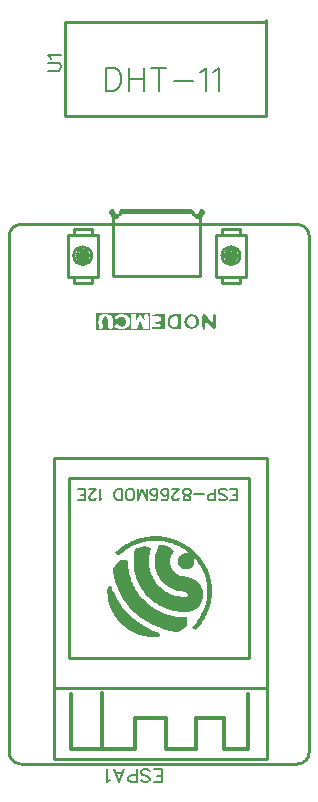
<source format=gto>
G04 Layer: TopSilkscreenLayer*
G04 EasyEDA v6.5.46, 2025-03-12 12:44:04*
G04 43a005aebb1148eda2c6f0889f11ea4c,3f48c7b914b54ba696cb8a095b2acdd1,10*
G04 Gerber Generator version 0.2*
G04 Scale: 100 percent, Rotated: No, Reflected: No *
G04 Dimensions in inches *
G04 leading zeros omitted , absolute positions ,3 integer and 6 decimal *
%FSLAX36Y36*%
%MOIN*%

%ADD10C,0.0060*%
%ADD11C,0.0080*%
%ADD12C,0.0100*%
%ADD13C,0.0118*%

%LPD*%
G36*
X1966879Y-1820100D02*
G01*
X1962220Y-1820160D01*
X1957560Y-1820340D01*
X1952920Y-1820620D01*
X1945960Y-1821260D01*
X1936699Y-1822500D01*
X1932100Y-1823300D01*
X1922940Y-1825200D01*
X1913860Y-1827560D01*
X1909360Y-1828899D01*
X1904880Y-1830360D01*
X1900440Y-1831940D01*
X1896020Y-1833620D01*
X1891639Y-1835400D01*
X1887280Y-1837300D01*
X1882960Y-1839319D01*
X1878680Y-1841440D01*
X1872360Y-1844820D01*
X1868180Y-1847220D01*
X1862020Y-1851040D01*
X1857960Y-1853720D01*
X1853959Y-1856500D01*
X1850020Y-1859400D01*
X1845440Y-1862920D01*
X1841279Y-1866240D01*
X1838020Y-1868980D01*
X1836080Y-1870780D01*
X1834600Y-1872540D01*
X1834319Y-1873920D01*
X1835420Y-1875640D01*
X1838100Y-1878400D01*
X1840040Y-1880240D01*
X1841780Y-1881740D01*
X1843140Y-1882760D01*
X1843959Y-1883120D01*
X1844980Y-1882600D01*
X1846960Y-1881180D01*
X1849600Y-1879079D01*
X1854379Y-1875020D01*
X1857980Y-1872080D01*
X1861740Y-1869220D01*
X1865640Y-1866440D01*
X1869680Y-1863740D01*
X1873839Y-1861140D01*
X1878100Y-1858640D01*
X1882480Y-1856240D01*
X1889220Y-1852840D01*
X1893820Y-1850720D01*
X1898480Y-1848700D01*
X1903220Y-1846819D01*
X1908000Y-1845060D01*
X1912820Y-1843420D01*
X1917680Y-1841920D01*
X1922560Y-1840560D01*
X1927460Y-1839340D01*
X1932360Y-1838280D01*
X1936480Y-1837520D01*
X1940900Y-1836879D01*
X1945580Y-1836339D01*
X1950420Y-1835900D01*
X1955400Y-1835580D01*
X1960480Y-1835360D01*
X1965580Y-1835240D01*
X1970660Y-1835240D01*
X1975680Y-1835340D01*
X1980580Y-1835560D01*
X1985320Y-1835880D01*
X1989820Y-1836300D01*
X1994040Y-1836840D01*
X1997940Y-1837500D01*
X2003080Y-1838560D01*
X2008220Y-1839780D01*
X2013340Y-1841140D01*
X2018420Y-1842640D01*
X2023480Y-1844280D01*
X2028480Y-1846040D01*
X2033420Y-1847940D01*
X2038280Y-1849960D01*
X2043060Y-1852080D01*
X2047740Y-1854319D01*
X2052320Y-1856660D01*
X2056780Y-1859120D01*
X2061100Y-1861639D01*
X2065280Y-1864280D01*
X2069300Y-1866980D01*
X2073160Y-1869760D01*
X2076840Y-1872620D01*
X2087340Y-1881680D01*
X2081120Y-1878860D01*
X2079040Y-1878020D01*
X2076960Y-1877340D01*
X2074880Y-1876840D01*
X2072820Y-1876519D01*
X2070780Y-1876360D01*
X2068760Y-1876339D01*
X2066780Y-1876500D01*
X2064840Y-1876780D01*
X2062920Y-1877220D01*
X2061060Y-1877780D01*
X2059259Y-1878460D01*
X2057520Y-1879259D01*
X2055820Y-1880180D01*
X2052660Y-1882340D01*
X2051200Y-1883560D01*
X2049820Y-1884880D01*
X2048540Y-1886279D01*
X2047340Y-1887760D01*
X2046240Y-1889300D01*
X2045240Y-1890900D01*
X2043600Y-1894300D01*
X2042960Y-1896060D01*
X2042460Y-1897860D01*
X2042080Y-1899700D01*
X2041819Y-1901579D01*
X2041720Y-1903460D01*
X2041780Y-1905360D01*
X2041980Y-1907280D01*
X2042340Y-1909199D01*
X2042860Y-1911100D01*
X2043560Y-1913020D01*
X2044420Y-1914900D01*
X2045480Y-1916759D01*
X2046699Y-1918600D01*
X2048200Y-1920500D01*
X2049820Y-1922220D01*
X2051519Y-1923779D01*
X2053320Y-1925180D01*
X2055220Y-1926399D01*
X2057160Y-1927480D01*
X2059180Y-1928380D01*
X2061240Y-1929120D01*
X2063360Y-1929680D01*
X2065480Y-1930100D01*
X2067640Y-1930340D01*
X2069800Y-1930420D01*
X2071980Y-1930320D01*
X2074139Y-1930080D01*
X2076279Y-1929660D01*
X2078380Y-1929079D01*
X2080440Y-1928340D01*
X2082460Y-1927420D01*
X2084420Y-1926360D01*
X2086300Y-1925120D01*
X2088100Y-1923700D01*
X2089820Y-1922140D01*
X2091440Y-1920420D01*
X2092940Y-1918520D01*
X2094139Y-1916800D01*
X2095080Y-1915260D01*
X2095820Y-1913779D01*
X2096360Y-1912300D01*
X2096740Y-1910700D01*
X2096980Y-1908899D01*
X2097140Y-1904379D01*
X2097000Y-1900500D01*
X2096519Y-1896960D01*
X2095760Y-1893880D01*
X2094680Y-1891339D01*
X2092200Y-1886660D01*
X2096860Y-1890940D01*
X2099340Y-1893540D01*
X2101960Y-1896620D01*
X2104680Y-1900080D01*
X2107480Y-1903899D01*
X2110300Y-1908000D01*
X2113120Y-1912340D01*
X2115900Y-1916840D01*
X2118620Y-1921480D01*
X2121220Y-1926160D01*
X2123680Y-1930860D01*
X2125980Y-1935500D01*
X2128040Y-1940040D01*
X2129860Y-1944400D01*
X2131500Y-1948779D01*
X2133020Y-1953460D01*
X2134420Y-1958320D01*
X2135680Y-1963340D01*
X2136800Y-1968500D01*
X2137760Y-1973760D01*
X2138600Y-1979100D01*
X2139260Y-1984500D01*
X2139800Y-1989920D01*
X2140160Y-1995360D01*
X2140380Y-2000760D01*
X2140440Y-2006100D01*
X2140340Y-2011380D01*
X2140080Y-2016540D01*
X2139640Y-2021579D01*
X2139040Y-2026459D01*
X2138260Y-2031160D01*
X2137320Y-2035880D01*
X2136220Y-2040600D01*
X2134960Y-2045320D01*
X2133520Y-2050040D01*
X2131940Y-2054760D01*
X2130220Y-2059440D01*
X2128360Y-2064100D01*
X2126360Y-2068720D01*
X2124220Y-2073280D01*
X2120800Y-2080020D01*
X2118340Y-2084420D01*
X2115780Y-2088720D01*
X2113120Y-2092940D01*
X2110340Y-2097060D01*
X2107480Y-2101060D01*
X2104500Y-2104920D01*
X2101440Y-2108680D01*
X2098280Y-2112280D01*
X2095060Y-2115720D01*
X2089640Y-2121300D01*
X2096980Y-2128140D01*
X2098840Y-2129720D01*
X2100240Y-2130760D01*
X2101000Y-2131160D01*
X2102000Y-2130440D01*
X2104020Y-2128460D01*
X2106780Y-2125560D01*
X2111680Y-2120040D01*
X2115020Y-2116060D01*
X2118220Y-2112000D01*
X2121300Y-2107900D01*
X2124240Y-2103740D01*
X2128440Y-2097400D01*
X2131060Y-2093100D01*
X2133560Y-2088740D01*
X2135920Y-2084340D01*
X2138160Y-2079880D01*
X2140280Y-2075360D01*
X2142260Y-2070800D01*
X2144100Y-2066180D01*
X2145820Y-2061500D01*
X2147420Y-2056780D01*
X2148880Y-2052000D01*
X2150200Y-2047180D01*
X2151400Y-2042320D01*
X2152460Y-2037400D01*
X2153380Y-2032420D01*
X2154040Y-2028200D01*
X2154560Y-2023760D01*
X2154980Y-2019139D01*
X2155260Y-2014379D01*
X2155500Y-2007040D01*
X2155460Y-1999560D01*
X2155300Y-1994540D01*
X2154840Y-1987060D01*
X2154400Y-1982140D01*
X2153860Y-1977320D01*
X2153200Y-1972620D01*
X2152440Y-1968080D01*
X2151580Y-1963720D01*
X2150620Y-1959580D01*
X2149440Y-1955220D01*
X2148000Y-1950480D01*
X2146460Y-1945780D01*
X2144820Y-1941160D01*
X2143040Y-1936600D01*
X2141180Y-1932120D01*
X2139200Y-1927680D01*
X2137100Y-1923320D01*
X2134900Y-1919040D01*
X2132600Y-1914820D01*
X2130180Y-1910660D01*
X2127660Y-1906579D01*
X2125040Y-1902580D01*
X2122320Y-1898660D01*
X2119500Y-1894800D01*
X2116560Y-1891020D01*
X2113540Y-1887320D01*
X2110400Y-1883700D01*
X2107180Y-1880160D01*
X2103840Y-1876699D01*
X2100420Y-1873320D01*
X2096879Y-1870020D01*
X2093260Y-1866819D01*
X2089540Y-1863680D01*
X2085720Y-1860640D01*
X2081819Y-1857680D01*
X2077840Y-1854840D01*
X2073800Y-1852100D01*
X2069720Y-1849480D01*
X2065600Y-1846980D01*
X2061420Y-1844580D01*
X2057200Y-1842280D01*
X2052940Y-1840120D01*
X2044319Y-1836100D01*
X2039940Y-1834259D01*
X2033320Y-1831720D01*
X2028860Y-1830160D01*
X2024379Y-1828720D01*
X2017620Y-1826759D01*
X2013080Y-1825600D01*
X2008520Y-1824540D01*
X2003940Y-1823600D01*
X1999340Y-1822780D01*
X1994720Y-1822060D01*
X1985480Y-1820960D01*
X1976180Y-1820300D01*
X1971519Y-1820140D01*
G37*
G36*
X1985900Y-1849199D02*
G01*
X1983880Y-1849259D01*
X1982200Y-1849580D01*
X1980800Y-1850220D01*
X1979580Y-1851200D01*
X1978480Y-1852560D01*
X1977380Y-1854300D01*
X1974940Y-1859060D01*
X1972900Y-1863480D01*
X1971080Y-1867920D01*
X1969500Y-1872420D01*
X1968120Y-1876940D01*
X1966960Y-1881500D01*
X1966020Y-1886060D01*
X1965300Y-1890660D01*
X1964800Y-1895260D01*
X1964520Y-1899860D01*
X1964440Y-1904460D01*
X1964600Y-1909040D01*
X1964960Y-1913620D01*
X1965540Y-1918180D01*
X1966339Y-1922700D01*
X1967340Y-1927220D01*
X1968580Y-1931680D01*
X1970000Y-1936100D01*
X1971660Y-1940480D01*
X1973520Y-1944800D01*
X1975580Y-1949060D01*
X1977860Y-1953240D01*
X1980360Y-1957380D01*
X1983060Y-1961420D01*
X1985960Y-1965380D01*
X1988800Y-1968860D01*
X1991840Y-1972220D01*
X1995100Y-1975460D01*
X1998560Y-1978580D01*
X2002180Y-1981579D01*
X2005980Y-1984420D01*
X2009920Y-1987120D01*
X2014000Y-1989660D01*
X2018200Y-1992020D01*
X2022500Y-1994220D01*
X2026900Y-1996240D01*
X2031380Y-1998080D01*
X2035900Y-1999700D01*
X2040500Y-2001140D01*
X2045100Y-2002360D01*
X2049740Y-2003360D01*
X2054379Y-2004120D01*
X2062420Y-2005080D01*
X2065460Y-2005680D01*
X2068100Y-2006459D01*
X2070340Y-2007400D01*
X2072200Y-2008500D01*
X2073620Y-2009760D01*
X2074640Y-2011160D01*
X2075220Y-2012680D01*
X2075360Y-2014319D01*
X2075060Y-2016080D01*
X2074300Y-2017940D01*
X2073080Y-2019900D01*
X2072300Y-2020920D01*
X2071519Y-2021680D01*
X2070560Y-2022220D01*
X2069300Y-2022540D01*
X2067580Y-2022700D01*
X2062080Y-2022540D01*
X2055660Y-2022140D01*
X2051040Y-2021660D01*
X2046440Y-2021000D01*
X2041900Y-2020160D01*
X2037380Y-2019139D01*
X2032920Y-2017940D01*
X2028520Y-2016560D01*
X2024160Y-2015020D01*
X2019860Y-2013300D01*
X2015620Y-2011399D01*
X2011440Y-2009319D01*
X2007320Y-2007080D01*
X2003280Y-2004680D01*
X1999300Y-2002100D01*
X1995400Y-1999360D01*
X1991579Y-1996440D01*
X1987840Y-1993380D01*
X1984180Y-1990140D01*
X1980560Y-1986699D01*
X1977060Y-1983100D01*
X1973760Y-1979460D01*
X1970660Y-1975740D01*
X1967760Y-1971920D01*
X1965040Y-1967980D01*
X1962500Y-1963940D01*
X1960100Y-1959740D01*
X1957860Y-1955400D01*
X1955760Y-1950880D01*
X1953800Y-1946160D01*
X1951940Y-1941240D01*
X1950280Y-1936320D01*
X1949019Y-1932020D01*
X1948100Y-1927860D01*
X1947460Y-1923360D01*
X1947000Y-1918020D01*
X1946680Y-1911360D01*
X1946440Y-1903839D01*
X1946339Y-1897680D01*
X1946440Y-1892400D01*
X1946780Y-1887660D01*
X1947400Y-1883080D01*
X1948380Y-1878340D01*
X1949720Y-1873060D01*
X1952580Y-1863340D01*
X1952760Y-1862480D01*
X1952660Y-1861720D01*
X1952220Y-1861000D01*
X1951339Y-1860280D01*
X1949940Y-1859500D01*
X1947920Y-1858600D01*
X1941740Y-1856260D01*
X1930060Y-1852020D01*
X1918180Y-1855640D01*
X1910820Y-1858220D01*
X1903740Y-1860900D01*
X1899139Y-1862860D01*
X1898460Y-1863300D01*
X1896360Y-1875000D01*
X1895740Y-1878959D01*
X1895220Y-1883380D01*
X1894820Y-1888120D01*
X1894379Y-1898320D01*
X1894400Y-1908899D01*
X1894580Y-1914120D01*
X1894880Y-1919180D01*
X1895280Y-1924000D01*
X1895820Y-1928500D01*
X1896459Y-1932600D01*
X1897400Y-1937420D01*
X1898480Y-1942220D01*
X1899720Y-1946960D01*
X1901100Y-1951660D01*
X1902620Y-1956320D01*
X1904259Y-1960940D01*
X1906060Y-1965480D01*
X1907980Y-1969980D01*
X1910040Y-1974420D01*
X1912220Y-1978800D01*
X1914540Y-1983120D01*
X1916960Y-1987360D01*
X1919520Y-1991540D01*
X1922200Y-1995660D01*
X1925000Y-1999680D01*
X1927920Y-2003640D01*
X1930940Y-2007500D01*
X1934079Y-2011279D01*
X1937320Y-2014980D01*
X1940680Y-2018600D01*
X1944139Y-2022120D01*
X1947720Y-2025540D01*
X1951380Y-2028860D01*
X1955140Y-2032080D01*
X1959000Y-2035220D01*
X1962960Y-2038220D01*
X1967020Y-2041120D01*
X1971160Y-2043920D01*
X1975380Y-2046600D01*
X1979700Y-2049160D01*
X1984100Y-2051600D01*
X1988580Y-2053920D01*
X1993240Y-2056160D01*
X1997960Y-2058260D01*
X2002720Y-2060240D01*
X2007520Y-2062080D01*
X2012340Y-2063779D01*
X2017180Y-2065340D01*
X2022040Y-2066759D01*
X2026920Y-2068040D01*
X2031780Y-2069160D01*
X2036620Y-2070140D01*
X2041440Y-2070960D01*
X2046220Y-2071639D01*
X2050960Y-2072140D01*
X2055660Y-2072500D01*
X2060300Y-2072700D01*
X2064880Y-2072740D01*
X2070240Y-2072540D01*
X2075480Y-2072140D01*
X2080000Y-2071560D01*
X2083200Y-2070880D01*
X2085720Y-2070060D01*
X2090560Y-2068160D01*
X2095160Y-2065940D01*
X2099460Y-2063400D01*
X2101520Y-2062020D01*
X2105420Y-2059040D01*
X2109020Y-2055780D01*
X2112300Y-2052240D01*
X2115280Y-2048440D01*
X2116640Y-2046459D01*
X2117920Y-2044400D01*
X2120220Y-2040140D01*
X2121240Y-2037920D01*
X2123000Y-2033320D01*
X2123760Y-2030960D01*
X2124420Y-2028540D01*
X2124980Y-2026060D01*
X2125440Y-2023560D01*
X2126060Y-2018540D01*
X2126320Y-2013760D01*
X2126320Y-2011420D01*
X2126040Y-2006840D01*
X2125400Y-2002420D01*
X2124960Y-2000260D01*
X2123800Y-1996040D01*
X2122280Y-1991960D01*
X2120400Y-1988020D01*
X2118160Y-1984220D01*
X2115560Y-1980540D01*
X2112600Y-1977000D01*
X2109280Y-1973580D01*
X2105580Y-1970260D01*
X2101760Y-1967260D01*
X2097900Y-1964660D01*
X2093940Y-1962440D01*
X2091900Y-1961459D01*
X2087680Y-1959760D01*
X2083220Y-1958360D01*
X2078440Y-1957240D01*
X2073300Y-1956380D01*
X2057860Y-1954180D01*
X2055820Y-1953820D01*
X2053760Y-1953300D01*
X2051660Y-1952640D01*
X2049560Y-1951840D01*
X2045360Y-1949860D01*
X2041220Y-1947400D01*
X2037200Y-1944540D01*
X2035260Y-1942980D01*
X2031540Y-1939600D01*
X2028120Y-1935940D01*
X2026560Y-1934040D01*
X2025080Y-1932060D01*
X2023720Y-1930060D01*
X2022460Y-1928020D01*
X2021339Y-1925940D01*
X2020420Y-1924000D01*
X2018860Y-1919940D01*
X2017700Y-1915700D01*
X2017240Y-1913520D01*
X2016620Y-1909060D01*
X2016380Y-1904560D01*
X2016500Y-1900020D01*
X2017000Y-1895500D01*
X2017840Y-1891060D01*
X2018400Y-1888880D01*
X2019780Y-1884660D01*
X2021519Y-1880620D01*
X2022520Y-1878680D01*
X2024780Y-1875020D01*
X2029000Y-1868940D01*
X2022640Y-1862700D01*
X2020780Y-1861040D01*
X2018940Y-1859560D01*
X2017080Y-1858200D01*
X2015200Y-1857000D01*
X2013260Y-1855900D01*
X2011240Y-1854940D01*
X2009120Y-1854060D01*
X2006900Y-1853280D01*
X2002000Y-1851940D01*
X1994980Y-1850520D01*
X1988380Y-1849420D01*
G37*
G36*
X1848140Y-1899300D02*
G01*
X1840420Y-1908480D01*
X1837360Y-1912420D01*
X1834240Y-1916680D01*
X1831440Y-1920760D01*
X1825080Y-1930780D01*
X1827220Y-1943460D01*
X1828100Y-1948160D01*
X1830180Y-1957500D01*
X1832640Y-1966740D01*
X1834019Y-1971339D01*
X1837060Y-1980440D01*
X1838720Y-1984940D01*
X1842320Y-1993839D01*
X1846279Y-2002620D01*
X1849500Y-2009100D01*
X1851740Y-2013360D01*
X1856500Y-2021759D01*
X1860300Y-2027920D01*
X1865660Y-2035980D01*
X1871339Y-2043820D01*
X1874300Y-2047640D01*
X1880480Y-2055140D01*
X1887020Y-2062420D01*
X1893899Y-2069440D01*
X1899259Y-2074520D01*
X1904800Y-2079460D01*
X1912440Y-2085800D01*
X1920360Y-2091840D01*
X1924420Y-2094760D01*
X1932700Y-2100340D01*
X1936920Y-2103020D01*
X1943380Y-2106880D01*
X1952140Y-2111720D01*
X1958839Y-2115140D01*
X1963360Y-2117320D01*
X1970220Y-2120400D01*
X1979480Y-2124200D01*
X1986519Y-2126800D01*
X1996000Y-2129920D01*
X2000780Y-2131340D01*
X2005580Y-2132660D01*
X2015220Y-2135000D01*
X2022500Y-2136480D01*
X2033899Y-2138460D01*
X2037900Y-2139060D01*
X2040020Y-2139280D01*
X2041660Y-2138840D01*
X2044379Y-2137620D01*
X2047800Y-2135860D01*
X2053500Y-2132460D01*
X2057780Y-2129640D01*
X2062040Y-2126680D01*
X2065800Y-2123920D01*
X2069460Y-2120980D01*
X2071080Y-2119560D01*
X2072260Y-2118300D01*
X2073060Y-2117100D01*
X2073580Y-2115820D01*
X2073860Y-2114340D01*
X2073980Y-2112500D01*
X2073940Y-2106940D01*
X2073460Y-2099780D01*
X2072220Y-2090500D01*
X2059259Y-2090480D01*
X2054880Y-2090320D01*
X2050440Y-2090040D01*
X2045940Y-2089600D01*
X2041380Y-2089019D01*
X2036780Y-2088300D01*
X2032160Y-2087440D01*
X2027480Y-2086459D01*
X2022780Y-2085340D01*
X2018060Y-2084079D01*
X2013340Y-2082700D01*
X2008600Y-2081180D01*
X2003880Y-2079560D01*
X1999160Y-2077800D01*
X1994440Y-2075920D01*
X1985100Y-2071819D01*
X1980460Y-2069600D01*
X1975880Y-2067260D01*
X1971339Y-2064820D01*
X1966860Y-2062260D01*
X1962440Y-2059600D01*
X1958660Y-2057200D01*
X1955220Y-2054780D01*
X1951560Y-2052000D01*
X1947700Y-2048880D01*
X1943700Y-2045500D01*
X1939620Y-2041900D01*
X1931480Y-2034280D01*
X1927520Y-2030380D01*
X1920140Y-2022620D01*
X1916840Y-2018899D01*
X1913839Y-2015340D01*
X1911240Y-2012000D01*
X1908660Y-2008360D01*
X1905860Y-2004160D01*
X1903160Y-1999860D01*
X1900580Y-1995520D01*
X1898120Y-1991100D01*
X1895780Y-1986639D01*
X1893560Y-1982120D01*
X1891459Y-1977560D01*
X1889480Y-1972960D01*
X1887640Y-1968320D01*
X1885920Y-1963660D01*
X1884340Y-1958980D01*
X1882900Y-1954280D01*
X1881579Y-1949560D01*
X1880420Y-1944860D01*
X1879379Y-1940140D01*
X1878500Y-1935440D01*
X1877760Y-1930760D01*
X1877160Y-1926100D01*
X1876699Y-1921440D01*
X1875980Y-1909400D01*
X1875580Y-1905200D01*
X1875280Y-1903660D01*
X1874880Y-1902440D01*
X1874360Y-1901519D01*
X1873660Y-1900840D01*
X1872760Y-1900360D01*
X1871639Y-1900060D01*
X1870260Y-1899880D01*
G37*
G36*
X1817860Y-1986780D02*
G01*
X1815740Y-1987020D01*
X1813000Y-1987700D01*
X1810920Y-1988400D01*
X1809400Y-1989259D01*
X1808360Y-1990480D01*
X1807720Y-1992160D01*
X1807360Y-1994500D01*
X1807200Y-1997600D01*
X1807200Y-2004240D01*
X1807380Y-2009379D01*
X1807740Y-2014500D01*
X1808280Y-2019620D01*
X1808980Y-2024740D01*
X1809860Y-2029820D01*
X1810920Y-2034880D01*
X1812140Y-2039900D01*
X1813540Y-2044900D01*
X1815100Y-2049860D01*
X1816819Y-2054760D01*
X1818700Y-2059600D01*
X1820760Y-2064400D01*
X1822960Y-2069120D01*
X1825320Y-2073779D01*
X1827840Y-2078360D01*
X1830520Y-2082860D01*
X1833340Y-2087280D01*
X1835960Y-2091060D01*
X1838580Y-2094480D01*
X1841600Y-2098080D01*
X1844940Y-2101840D01*
X1848520Y-2105660D01*
X1852320Y-2109500D01*
X1856220Y-2113280D01*
X1860200Y-2116940D01*
X1864160Y-2120400D01*
X1868020Y-2123620D01*
X1871759Y-2126520D01*
X1875260Y-2129040D01*
X1878980Y-2131440D01*
X1883120Y-2133920D01*
X1887320Y-2136300D01*
X1891600Y-2138540D01*
X1895920Y-2140660D01*
X1900300Y-2142660D01*
X1904740Y-2144520D01*
X1909220Y-2146280D01*
X1913760Y-2147880D01*
X1918320Y-2149360D01*
X1922940Y-2150720D01*
X1927580Y-2151940D01*
X1932260Y-2153040D01*
X1936960Y-2154000D01*
X1941699Y-2154820D01*
X1946459Y-2155500D01*
X1951220Y-2156060D01*
X1956020Y-2156480D01*
X1960820Y-2156760D01*
X1965640Y-2156900D01*
X1979880Y-2156900D01*
X1982820Y-2150020D01*
X1983959Y-2146860D01*
X1984120Y-2146080D01*
X1983480Y-2145460D01*
X1981720Y-2144520D01*
X1979100Y-2143380D01*
X1971519Y-2140480D01*
X1963440Y-2137060D01*
X1952380Y-2132000D01*
X1943640Y-2127640D01*
X1935080Y-2122960D01*
X1930880Y-2120520D01*
X1924680Y-2116720D01*
X1918600Y-2112740D01*
X1914600Y-2110020D01*
X1908720Y-2105780D01*
X1901100Y-2099920D01*
X1897360Y-2096879D01*
X1891879Y-2092220D01*
X1886540Y-2087400D01*
X1881339Y-2082440D01*
X1874640Y-2075640D01*
X1868200Y-2068580D01*
X1863540Y-2063160D01*
X1857580Y-2055720D01*
X1851900Y-2048080D01*
X1846519Y-2040220D01*
X1841440Y-2032180D01*
X1839000Y-2028080D01*
X1835500Y-2021860D01*
X1831120Y-2013400D01*
X1828040Y-2006940D01*
X1824240Y-1998200D01*
X1821060Y-1990580D01*
X1819440Y-1987740D01*
G37*
G36*
X1769360Y-1076640D02*
G01*
X1769360Y-1108460D01*
X1777280Y-1108460D01*
X1777340Y-1103420D01*
X1777760Y-1098460D01*
X1778520Y-1093760D01*
X1779040Y-1091580D01*
X1779660Y-1089560D01*
X1780360Y-1087680D01*
X1781160Y-1086000D01*
X1782060Y-1084540D01*
X1782920Y-1083620D01*
X1784079Y-1082800D01*
X1785540Y-1082080D01*
X1787240Y-1081500D01*
X1789160Y-1081000D01*
X1791240Y-1080620D01*
X1795840Y-1080180D01*
X1798280Y-1080120D01*
X1897280Y-1080220D01*
X1899480Y-1080440D01*
X1901060Y-1080940D01*
X1902100Y-1081860D01*
X1902680Y-1083260D01*
X1902900Y-1085260D01*
X1902780Y-1088000D01*
X1901260Y-1102980D01*
X1909680Y-1088320D01*
X1911360Y-1085660D01*
X1912860Y-1083580D01*
X1914220Y-1082100D01*
X1915500Y-1081220D01*
X1916720Y-1080920D01*
X1917960Y-1081220D01*
X1919220Y-1082100D01*
X1920580Y-1083580D01*
X1922080Y-1085660D01*
X1923760Y-1088320D01*
X1932180Y-1102980D01*
X1930680Y-1088120D01*
X1930580Y-1085440D01*
X1930740Y-1083440D01*
X1931240Y-1082000D01*
X1932120Y-1081060D01*
X1933420Y-1080500D01*
X1935220Y-1080220D01*
X1939300Y-1080180D01*
X1940760Y-1080300D01*
X1941960Y-1080620D01*
X1942920Y-1081180D01*
X1943680Y-1082100D01*
X1944259Y-1083420D01*
X1944680Y-1085260D01*
X1944980Y-1087660D01*
X1945160Y-1090740D01*
X1945280Y-1099180D01*
X1945300Y-1129300D01*
X1936080Y-1129300D01*
X1933420Y-1129180D01*
X1931180Y-1128780D01*
X1929259Y-1128020D01*
X1927580Y-1126840D01*
X1926040Y-1125140D01*
X1924580Y-1122840D01*
X1923100Y-1119880D01*
X1921500Y-1116180D01*
X1916140Y-1103060D01*
X1911279Y-1113540D01*
X1909460Y-1117820D01*
X1908060Y-1121720D01*
X1907200Y-1124820D01*
X1907080Y-1126660D01*
X1906420Y-1127680D01*
X1904199Y-1128520D01*
X1900760Y-1129080D01*
X1896420Y-1129300D01*
X1885140Y-1129300D01*
X1885140Y-1080160D01*
X1800780Y-1080160D01*
X1803280Y-1080300D01*
X1805760Y-1080540D01*
X1808180Y-1080880D01*
X1810540Y-1081320D01*
X1812760Y-1081860D01*
X1814840Y-1082500D01*
X1816740Y-1083220D01*
X1818420Y-1084040D01*
X1819860Y-1084960D01*
X1821000Y-1085960D01*
X1822180Y-1087380D01*
X1823220Y-1089020D01*
X1824160Y-1090840D01*
X1824960Y-1092800D01*
X1825660Y-1094920D01*
X1826240Y-1097160D01*
X1826699Y-1099460D01*
X1827040Y-1101840D01*
X1827380Y-1106720D01*
X1827400Y-1109140D01*
X1827300Y-1111560D01*
X1826780Y-1116180D01*
X1826360Y-1118340D01*
X1825738Y-1120700D01*
X1830440Y-1120700D01*
X1830860Y-1119560D01*
X1831780Y-1118200D01*
X1833140Y-1116520D01*
X1834620Y-1114900D01*
X1835900Y-1113760D01*
X1837120Y-1113080D01*
X1838360Y-1112900D01*
X1839760Y-1113220D01*
X1841380Y-1114020D01*
X1843380Y-1115340D01*
X1845820Y-1117160D01*
X1847960Y-1118620D01*
X1850080Y-1119740D01*
X1852160Y-1120540D01*
X1854199Y-1121000D01*
X1856160Y-1121140D01*
X1858040Y-1121000D01*
X1859820Y-1120560D01*
X1861480Y-1119820D01*
X1863020Y-1118800D01*
X1864400Y-1117520D01*
X1865620Y-1115980D01*
X1866639Y-1114200D01*
X1867480Y-1112160D01*
X1868100Y-1109900D01*
X1868480Y-1107420D01*
X1868600Y-1104720D01*
X1868480Y-1102040D01*
X1868100Y-1099560D01*
X1867480Y-1097320D01*
X1866660Y-1095280D01*
X1865620Y-1093500D01*
X1864420Y-1091960D01*
X1863040Y-1090680D01*
X1861500Y-1089660D01*
X1859860Y-1088900D01*
X1858080Y-1088440D01*
X1856200Y-1088280D01*
X1854259Y-1088420D01*
X1852240Y-1088860D01*
X1850180Y-1089640D01*
X1848080Y-1090740D01*
X1843760Y-1093780D01*
X1841879Y-1094980D01*
X1840240Y-1095760D01*
X1838779Y-1096140D01*
X1837460Y-1096120D01*
X1836200Y-1095720D01*
X1834940Y-1094940D01*
X1833620Y-1093800D01*
X1832600Y-1092600D01*
X1832000Y-1091400D01*
X1831800Y-1090220D01*
X1831980Y-1089040D01*
X1832520Y-1087880D01*
X1833380Y-1086780D01*
X1834580Y-1085720D01*
X1836080Y-1084720D01*
X1837880Y-1083800D01*
X1839920Y-1082960D01*
X1842220Y-1082220D01*
X1844760Y-1081580D01*
X1847480Y-1081040D01*
X1850420Y-1080640D01*
X1853500Y-1080400D01*
X1856759Y-1080280D01*
X1859199Y-1080340D01*
X1861560Y-1080520D01*
X1863820Y-1080840D01*
X1865960Y-1081300D01*
X1868000Y-1081880D01*
X1869920Y-1082600D01*
X1871720Y-1083440D01*
X1873420Y-1084420D01*
X1875000Y-1085500D01*
X1876459Y-1086700D01*
X1877780Y-1088020D01*
X1878980Y-1089460D01*
X1880040Y-1091020D01*
X1880980Y-1092660D01*
X1881780Y-1094420D01*
X1882440Y-1096300D01*
X1882960Y-1098260D01*
X1883340Y-1100320D01*
X1883560Y-1102480D01*
X1883640Y-1104720D01*
X1883560Y-1106920D01*
X1883300Y-1109040D01*
X1882860Y-1111060D01*
X1882280Y-1113020D01*
X1881540Y-1114860D01*
X1880640Y-1116620D01*
X1879620Y-1118280D01*
X1878440Y-1119840D01*
X1877160Y-1121280D01*
X1875740Y-1122640D01*
X1874199Y-1123880D01*
X1872560Y-1125020D01*
X1870820Y-1126020D01*
X1868980Y-1126920D01*
X1867060Y-1127700D01*
X1865040Y-1128360D01*
X1862960Y-1128900D01*
X1860800Y-1129300D01*
X1858560Y-1129560D01*
X1856279Y-1129700D01*
X1853940Y-1129700D01*
X1851560Y-1129560D01*
X1849160Y-1129280D01*
X1846699Y-1128860D01*
X1844220Y-1128280D01*
X1841720Y-1127560D01*
X1839220Y-1126680D01*
X1836699Y-1125640D01*
X1834240Y-1124500D01*
X1832400Y-1123520D01*
X1831180Y-1122600D01*
X1830540Y-1121700D01*
X1830440Y-1120700D01*
X1825738Y-1120700D01*
X1825240Y-1122280D01*
X1824520Y-1124000D01*
X1823700Y-1125520D01*
X1822800Y-1126820D01*
X1821780Y-1127860D01*
X1820700Y-1128640D01*
X1819500Y-1129120D01*
X1818220Y-1129300D01*
X1816399Y-1129280D01*
X1814860Y-1129160D01*
X1813580Y-1128920D01*
X1812540Y-1128480D01*
X1811740Y-1127780D01*
X1811120Y-1126780D01*
X1810660Y-1125420D01*
X1810340Y-1123660D01*
X1810140Y-1121400D01*
X1809960Y-1115280D01*
X1809880Y-1107540D01*
X1809680Y-1104100D01*
X1809319Y-1100960D01*
X1808860Y-1098120D01*
X1808260Y-1095600D01*
X1807540Y-1093400D01*
X1806699Y-1091540D01*
X1805760Y-1090000D01*
X1804720Y-1088820D01*
X1803560Y-1087980D01*
X1802340Y-1087500D01*
X1801000Y-1087380D01*
X1799600Y-1087640D01*
X1798100Y-1088260D01*
X1796540Y-1089280D01*
X1794920Y-1090680D01*
X1793640Y-1092140D01*
X1792620Y-1093840D01*
X1791819Y-1095840D01*
X1791240Y-1098220D01*
X1790860Y-1101000D01*
X1790700Y-1104260D01*
X1790720Y-1108040D01*
X1791200Y-1117740D01*
X1791300Y-1121800D01*
X1791140Y-1124780D01*
X1790680Y-1126840D01*
X1789840Y-1128160D01*
X1788540Y-1128900D01*
X1786759Y-1129220D01*
X1784400Y-1129300D01*
X1783420Y-1129120D01*
X1782500Y-1128620D01*
X1781660Y-1127820D01*
X1780880Y-1126720D01*
X1780180Y-1125380D01*
X1779560Y-1123820D01*
X1779000Y-1122040D01*
X1778520Y-1120080D01*
X1777780Y-1115720D01*
X1777360Y-1110940D01*
X1777280Y-1108460D01*
X1769360Y-1108460D01*
X1769360Y-1132800D01*
X1949800Y-1132800D01*
X1949800Y-1076640D01*
G37*
G36*
X2128020Y-1079880D02*
G01*
X2127160Y-1080140D01*
X2126400Y-1080680D01*
X2125700Y-1081480D01*
X2125100Y-1082560D01*
X2124560Y-1083920D01*
X2124120Y-1085540D01*
X2123720Y-1087440D01*
X2123160Y-1092080D01*
X2122840Y-1097840D01*
X2122740Y-1104720D01*
X2122880Y-1110620D01*
X2123260Y-1115860D01*
X2123860Y-1120440D01*
X2124620Y-1124260D01*
X2125540Y-1127360D01*
X2126020Y-1128600D01*
X2126540Y-1129640D01*
X2127080Y-1130480D01*
X2127620Y-1131100D01*
X2128160Y-1131520D01*
X2128720Y-1131720D01*
X2129260Y-1131680D01*
X2129800Y-1131420D01*
X2130340Y-1130920D01*
X2130860Y-1130200D01*
X2131820Y-1128000D01*
X2132260Y-1126540D01*
X2133020Y-1122840D01*
X2133620Y-1118080D01*
X2134760Y-1101280D01*
X2149040Y-1117660D01*
X2153080Y-1122000D01*
X2154880Y-1123800D01*
X2156560Y-1125340D01*
X2158120Y-1126640D01*
X2159560Y-1127680D01*
X2160860Y-1128480D01*
X2162060Y-1129020D01*
X2163140Y-1129280D01*
X2164120Y-1129300D01*
X2165000Y-1129040D01*
X2165800Y-1128540D01*
X2166480Y-1127740D01*
X2167100Y-1126700D01*
X2167620Y-1125360D01*
X2168060Y-1123760D01*
X2168740Y-1119740D01*
X2169140Y-1114580D01*
X2169340Y-1108300D01*
X2169340Y-1099780D01*
X2169160Y-1091940D01*
X2169000Y-1088940D01*
X2168740Y-1086460D01*
X2168420Y-1084500D01*
X2167980Y-1082960D01*
X2167440Y-1081820D01*
X2166800Y-1081020D01*
X2166000Y-1080500D01*
X2165080Y-1080240D01*
X2164020Y-1080160D01*
X2162520Y-1080280D01*
X2161360Y-1080720D01*
X2160500Y-1081540D01*
X2159900Y-1082820D01*
X2159560Y-1084660D01*
X2159460Y-1087100D01*
X2159540Y-1090260D01*
X2160040Y-1097300D01*
X2160120Y-1100000D01*
X2160080Y-1102280D01*
X2159900Y-1104160D01*
X2159580Y-1105600D01*
X2159100Y-1106640D01*
X2158480Y-1107260D01*
X2157660Y-1107480D01*
X2156680Y-1107260D01*
X2155520Y-1106640D01*
X2154140Y-1105600D01*
X2152580Y-1104160D01*
X2150800Y-1102280D01*
X2146600Y-1097300D01*
X2142120Y-1091620D01*
X2138420Y-1087220D01*
X2135180Y-1083820D01*
X2133740Y-1082520D01*
X2132400Y-1081460D01*
X2131160Y-1080680D01*
X2130020Y-1080140D01*
X2128980Y-1079880D01*
G37*
G36*
X2087200Y-1080160D02*
G01*
X2085120Y-1080300D01*
X2083020Y-1080740D01*
X2080960Y-1081420D01*
X2078920Y-1082340D01*
X2076920Y-1083480D01*
X2075020Y-1084820D01*
X2073200Y-1086340D01*
X2071480Y-1088020D01*
X2069900Y-1089840D01*
X2068480Y-1091780D01*
X2067220Y-1093800D01*
X2066140Y-1095920D01*
X2065280Y-1098080D01*
X2064640Y-1100280D01*
X2064220Y-1102500D01*
X2064124Y-1105460D01*
X2073480Y-1105460D01*
X2073520Y-1103480D01*
X2073760Y-1101540D01*
X2074180Y-1099640D01*
X2074800Y-1097800D01*
X2075580Y-1096040D01*
X2076519Y-1094380D01*
X2077640Y-1092860D01*
X2078899Y-1091460D01*
X2080300Y-1090240D01*
X2081860Y-1089180D01*
X2083520Y-1088340D01*
X2085320Y-1087700D01*
X2087240Y-1087320D01*
X2089259Y-1087180D01*
X2091399Y-1087300D01*
X2093380Y-1087700D01*
X2095180Y-1088340D01*
X2096819Y-1089240D01*
X2098280Y-1090380D01*
X2099560Y-1091760D01*
X2100660Y-1093360D01*
X2101560Y-1095200D01*
X2102260Y-1097260D01*
X2102780Y-1099540D01*
X2103080Y-1102020D01*
X2103180Y-1104720D01*
X2103080Y-1107140D01*
X2102760Y-1109420D01*
X2102240Y-1111540D01*
X2101520Y-1113500D01*
X2100660Y-1115280D01*
X2099620Y-1116900D01*
X2098460Y-1118320D01*
X2097180Y-1119560D01*
X2095800Y-1120580D01*
X2094319Y-1121420D01*
X2092760Y-1122020D01*
X2091140Y-1122420D01*
X2089480Y-1122580D01*
X2087780Y-1122520D01*
X2086080Y-1122200D01*
X2084360Y-1121640D01*
X2082680Y-1120820D01*
X2081020Y-1119740D01*
X2079400Y-1118400D01*
X2077840Y-1116760D01*
X2076540Y-1115040D01*
X2075480Y-1113220D01*
X2074640Y-1111340D01*
X2074040Y-1109400D01*
X2073660Y-1107440D01*
X2073480Y-1105460D01*
X2064124Y-1105460D01*
X2064180Y-1107120D01*
X2064480Y-1109400D01*
X2064940Y-1111580D01*
X2065580Y-1113640D01*
X2066380Y-1115600D01*
X2067320Y-1117400D01*
X2068420Y-1119100D01*
X2069660Y-1120660D01*
X2071040Y-1122080D01*
X2072540Y-1123360D01*
X2074160Y-1124500D01*
X2075880Y-1125480D01*
X2077700Y-1126320D01*
X2079600Y-1127000D01*
X2081600Y-1127520D01*
X2083660Y-1127880D01*
X2085800Y-1128060D01*
X2088000Y-1128080D01*
X2090260Y-1127900D01*
X2092540Y-1127560D01*
X2094880Y-1127020D01*
X2097240Y-1126300D01*
X2099620Y-1125380D01*
X2102000Y-1124280D01*
X2103760Y-1123280D01*
X2105380Y-1122200D01*
X2106860Y-1121040D01*
X2108180Y-1119800D01*
X2109340Y-1118480D01*
X2110380Y-1117100D01*
X2111280Y-1115660D01*
X2112040Y-1114180D01*
X2112660Y-1112640D01*
X2113160Y-1111060D01*
X2113520Y-1109460D01*
X2113760Y-1107840D01*
X2113860Y-1106200D01*
X2113720Y-1102900D01*
X2113100Y-1099620D01*
X2112020Y-1096420D01*
X2111320Y-1094860D01*
X2109600Y-1091860D01*
X2108580Y-1090460D01*
X2107460Y-1089100D01*
X2106260Y-1087820D01*
X2104940Y-1086600D01*
X2103560Y-1085480D01*
X2102060Y-1084440D01*
X2100480Y-1083480D01*
X2098820Y-1082640D01*
X2097080Y-1081920D01*
X2095260Y-1081300D01*
X2093360Y-1080820D01*
X2091380Y-1080460D01*
X2089319Y-1080240D01*
G37*
G36*
X2053560Y-1080160D02*
G01*
X2035160Y-1080260D01*
X2032040Y-1080400D01*
X2029139Y-1080640D01*
X2026480Y-1080980D01*
X2024019Y-1081420D01*
X2021780Y-1081980D01*
X2019740Y-1082660D01*
X2017900Y-1083440D01*
X2016260Y-1084360D01*
X2014780Y-1085420D01*
X2013480Y-1086620D01*
X2012340Y-1087980D01*
X2011380Y-1089480D01*
X2010560Y-1091140D01*
X2009880Y-1092960D01*
X2009360Y-1094940D01*
X2008940Y-1097120D01*
X2008660Y-1099460D01*
X2008500Y-1102000D01*
X2008480Y-1106120D01*
X2015060Y-1106120D01*
X2015140Y-1104060D01*
X2015460Y-1102020D01*
X2015980Y-1100040D01*
X2016699Y-1098140D01*
X2017600Y-1096320D01*
X2018700Y-1094600D01*
X2019980Y-1093020D01*
X2021420Y-1091580D01*
X2023020Y-1090320D01*
X2024780Y-1089240D01*
X2026660Y-1088360D01*
X2028700Y-1087720D01*
X2030840Y-1087320D01*
X2033120Y-1087180D01*
X2037280Y-1087260D01*
X2038839Y-1087460D01*
X2040080Y-1087840D01*
X2041060Y-1088460D01*
X2041800Y-1089380D01*
X2042320Y-1090680D01*
X2042660Y-1092400D01*
X2042880Y-1094600D01*
X2043040Y-1100700D01*
X2043040Y-1104720D01*
X2042940Y-1107400D01*
X2042660Y-1109900D01*
X2042220Y-1112240D01*
X2041620Y-1114360D01*
X2040860Y-1116320D01*
X2039980Y-1118060D01*
X2038959Y-1119600D01*
X2037840Y-1120940D01*
X2036600Y-1122040D01*
X2035280Y-1122940D01*
X2033880Y-1123600D01*
X2032420Y-1124020D01*
X2030900Y-1124200D01*
X2029319Y-1124120D01*
X2027720Y-1123780D01*
X2026100Y-1123200D01*
X2024460Y-1122340D01*
X2022820Y-1121200D01*
X2021180Y-1119780D01*
X2019580Y-1118060D01*
X2018180Y-1116220D01*
X2017060Y-1114280D01*
X2016180Y-1112300D01*
X2015560Y-1110260D01*
X2015200Y-1108180D01*
X2015060Y-1106120D01*
X2008480Y-1106120D01*
X2008660Y-1110000D01*
X2008940Y-1112340D01*
X2009360Y-1114500D01*
X2009880Y-1116500D01*
X2010560Y-1118320D01*
X2011380Y-1119980D01*
X2012340Y-1121480D01*
X2013480Y-1122820D01*
X2014780Y-1124020D01*
X2016260Y-1125080D01*
X2017900Y-1126000D01*
X2019740Y-1126800D01*
X2021780Y-1127480D01*
X2024019Y-1128020D01*
X2026480Y-1128460D01*
X2029139Y-1128800D01*
X2032040Y-1129040D01*
X2038520Y-1129240D01*
X2053560Y-1129300D01*
G37*
G36*
X1976879Y-1080160D02*
G01*
X1972520Y-1080220D01*
X1968500Y-1080420D01*
X1964920Y-1080740D01*
X1961840Y-1081160D01*
X1959319Y-1081680D01*
X1957420Y-1082280D01*
X1956240Y-1082940D01*
X1955820Y-1083660D01*
X1956120Y-1084380D01*
X1957000Y-1085040D01*
X1958400Y-1085620D01*
X1960240Y-1086140D01*
X1962460Y-1086580D01*
X1965020Y-1086900D01*
X1967840Y-1087100D01*
X1975540Y-1087220D01*
X1979120Y-1087400D01*
X1981780Y-1087800D01*
X1983640Y-1088500D01*
X1984840Y-1089580D01*
X1985520Y-1091120D01*
X1985820Y-1093220D01*
X1985900Y-1095960D01*
X1985820Y-1098540D01*
X1985540Y-1100560D01*
X1985000Y-1102100D01*
X1984100Y-1103220D01*
X1982760Y-1103980D01*
X1980900Y-1104440D01*
X1978480Y-1104660D01*
X1975380Y-1104720D01*
X1971279Y-1105000D01*
X1967940Y-1105760D01*
X1965680Y-1106880D01*
X1964840Y-1108240D01*
X1965680Y-1109600D01*
X1967940Y-1110720D01*
X1971279Y-1111460D01*
X1980120Y-1112060D01*
X1983400Y-1113000D01*
X1985280Y-1114640D01*
X1985900Y-1117000D01*
X1985720Y-1118380D01*
X1985140Y-1119500D01*
X1984139Y-1120420D01*
X1982640Y-1121140D01*
X1980600Y-1121660D01*
X1978000Y-1122000D01*
X1974760Y-1122200D01*
X1967840Y-1122340D01*
X1965020Y-1122540D01*
X1962460Y-1122880D01*
X1960240Y-1123300D01*
X1958400Y-1123820D01*
X1957000Y-1124420D01*
X1956120Y-1125080D01*
X1955820Y-1125780D01*
X1956240Y-1126500D01*
X1957420Y-1127180D01*
X1959319Y-1127780D01*
X1961840Y-1128280D01*
X1964920Y-1128720D01*
X1968500Y-1129020D01*
X1972520Y-1129220D01*
X1976879Y-1129300D01*
X1997920Y-1129300D01*
X1997920Y-1080160D01*
G37*
D10*
X1988000Y-2639400D02*
G01*
X1988000Y-2596500D01*
X1988000Y-2639400D02*
G01*
X1961400Y-2639400D01*
X1988000Y-2619000D02*
G01*
X1971599Y-2619000D01*
X1988000Y-2596500D02*
G01*
X1961400Y-2596500D01*
X1919300Y-2633299D02*
G01*
X1923400Y-2637399D01*
X1929499Y-2639400D01*
X1937700Y-2639400D01*
X1943800Y-2637399D01*
X1947899Y-2633299D01*
X1947899Y-2629200D01*
X1945900Y-2625100D01*
X1943800Y-2623000D01*
X1939700Y-2620999D01*
X1927500Y-2616900D01*
X1923400Y-2614899D01*
X1921300Y-2612800D01*
X1919300Y-2608699D01*
X1919300Y-2602600D01*
X1923400Y-2598499D01*
X1929499Y-2596500D01*
X1937700Y-2596500D01*
X1943800Y-2598499D01*
X1947899Y-2602600D01*
X1905799Y-2639400D02*
G01*
X1905799Y-2596500D01*
X1905799Y-2639400D02*
G01*
X1887399Y-2639400D01*
X1881199Y-2637399D01*
X1879200Y-2635300D01*
X1877100Y-2631199D01*
X1877100Y-2625100D01*
X1879200Y-2620999D01*
X1881199Y-2619000D01*
X1887399Y-2616900D01*
X1905799Y-2616900D01*
X1847299Y-2639400D02*
G01*
X1863599Y-2596500D01*
X1847299Y-2639400D02*
G01*
X1830900Y-2596500D01*
X1857500Y-2610799D02*
G01*
X1836999Y-2610799D01*
X1817399Y-2631199D02*
G01*
X1813299Y-2633299D01*
X1807200Y-2639400D01*
X1807200Y-2596500D01*
X2240000Y-1700399D02*
G01*
X2240000Y-1662199D01*
X2240000Y-1700399D02*
G01*
X2216400Y-1700399D01*
X2240000Y-1682199D02*
G01*
X2225500Y-1682199D01*
X2240000Y-1662199D02*
G01*
X2216400Y-1662199D01*
X2178900Y-1694899D02*
G01*
X2182500Y-1698499D01*
X2188000Y-1700399D01*
X2195299Y-1700399D01*
X2200699Y-1698499D01*
X2204399Y-1694899D01*
X2204399Y-1691300D01*
X2202500Y-1687600D01*
X2200699Y-1685799D01*
X2197100Y-1684000D01*
X2186199Y-1680399D01*
X2182500Y-1678499D01*
X2180699Y-1676700D01*
X2178900Y-1673099D01*
X2178900Y-1667600D01*
X2182500Y-1664000D01*
X2188000Y-1662199D01*
X2195299Y-1662199D01*
X2200699Y-1664000D01*
X2204399Y-1667600D01*
X2166899Y-1700399D02*
G01*
X2166899Y-1662199D01*
X2166899Y-1700399D02*
G01*
X2150500Y-1700399D01*
X2145100Y-1698499D01*
X2143299Y-1696700D01*
X2141499Y-1693099D01*
X2141499Y-1687600D01*
X2143299Y-1684000D01*
X2145100Y-1682199D01*
X2150500Y-1680399D01*
X2166899Y-1680399D01*
X2129499Y-1678499D02*
G01*
X2096700Y-1678499D01*
X2075600Y-1700399D02*
G01*
X2081099Y-1698499D01*
X2082899Y-1694899D01*
X2082899Y-1691300D01*
X2081099Y-1687600D01*
X2077500Y-1685799D01*
X2070200Y-1684000D01*
X2064700Y-1682199D01*
X2061099Y-1678499D01*
X2059300Y-1674899D01*
X2059300Y-1669499D01*
X2061099Y-1665799D01*
X2062899Y-1664000D01*
X2068400Y-1662199D01*
X2075600Y-1662199D01*
X2081099Y-1664000D01*
X2082899Y-1665799D01*
X2084700Y-1669499D01*
X2084700Y-1674899D01*
X2082899Y-1678499D01*
X2079300Y-1682199D01*
X2073800Y-1684000D01*
X2066499Y-1685799D01*
X2062899Y-1687600D01*
X2061099Y-1691300D01*
X2061099Y-1694899D01*
X2062899Y-1698499D01*
X2068400Y-1700399D01*
X2075600Y-1700399D01*
X2045500Y-1691300D02*
G01*
X2045500Y-1693099D01*
X2043599Y-1696700D01*
X2041800Y-1698499D01*
X2038199Y-1700399D01*
X2030900Y-1700399D01*
X2027299Y-1698499D01*
X2025500Y-1696700D01*
X2023599Y-1693099D01*
X2023599Y-1689499D01*
X2025500Y-1685799D01*
X2029099Y-1680399D01*
X2047299Y-1662199D01*
X2021800Y-1662199D01*
X1988000Y-1694899D02*
G01*
X1989799Y-1698499D01*
X1995299Y-1700399D01*
X1998900Y-1700399D01*
X2004399Y-1698499D01*
X2008000Y-1693099D01*
X2009799Y-1684000D01*
X2009799Y-1674899D01*
X2008000Y-1667600D01*
X2004399Y-1664000D01*
X1998900Y-1662199D01*
X1997100Y-1662199D01*
X1991599Y-1664000D01*
X1988000Y-1667600D01*
X1986199Y-1673099D01*
X1986199Y-1674899D01*
X1988000Y-1680399D01*
X1991599Y-1684000D01*
X1997100Y-1685799D01*
X1998900Y-1685799D01*
X2004399Y-1684000D01*
X2008000Y-1680399D01*
X2009799Y-1674899D01*
X1952399Y-1694899D02*
G01*
X1954200Y-1698499D01*
X1959600Y-1700399D01*
X1963299Y-1700399D01*
X1968699Y-1698499D01*
X1972399Y-1693099D01*
X1974200Y-1684000D01*
X1974200Y-1674899D01*
X1972399Y-1667600D01*
X1968699Y-1664000D01*
X1963299Y-1662199D01*
X1961499Y-1662199D01*
X1956000Y-1664000D01*
X1952399Y-1667600D01*
X1950500Y-1673099D01*
X1950500Y-1674899D01*
X1952399Y-1680399D01*
X1956000Y-1684000D01*
X1961499Y-1685799D01*
X1963299Y-1685799D01*
X1968699Y-1684000D01*
X1972399Y-1680399D01*
X1974200Y-1674899D01*
X1938500Y-1700399D02*
G01*
X1938500Y-1662199D01*
X1938500Y-1700399D02*
G01*
X1923999Y-1662199D01*
X1909499Y-1700399D02*
G01*
X1923999Y-1662199D01*
X1909499Y-1700399D02*
G01*
X1909499Y-1662199D01*
X1886499Y-1700399D02*
G01*
X1890200Y-1698499D01*
X1893800Y-1694899D01*
X1895600Y-1691300D01*
X1897500Y-1685799D01*
X1897500Y-1676700D01*
X1895600Y-1671300D01*
X1893800Y-1667600D01*
X1890200Y-1664000D01*
X1886499Y-1662199D01*
X1879300Y-1662199D01*
X1875600Y-1664000D01*
X1871999Y-1667600D01*
X1870200Y-1671300D01*
X1868400Y-1676700D01*
X1868400Y-1685799D01*
X1870200Y-1691300D01*
X1871999Y-1694899D01*
X1875600Y-1698499D01*
X1879300Y-1700399D01*
X1886499Y-1700399D01*
X1856400Y-1700399D02*
G01*
X1856400Y-1662199D01*
X1856400Y-1700399D02*
G01*
X1843599Y-1700399D01*
X1838199Y-1698499D01*
X1834499Y-1694899D01*
X1832700Y-1691300D01*
X1830900Y-1685799D01*
X1830900Y-1676700D01*
X1832700Y-1671300D01*
X1834499Y-1667600D01*
X1838199Y-1664000D01*
X1843599Y-1662199D01*
X1856400Y-1662199D01*
X1790900Y-1693099D02*
G01*
X1787299Y-1694899D01*
X1781800Y-1700399D01*
X1781800Y-1662199D01*
X1768000Y-1691300D02*
G01*
X1768000Y-1693099D01*
X1766199Y-1696700D01*
X1764399Y-1698499D01*
X1760699Y-1700399D01*
X1753500Y-1700399D01*
X1749799Y-1698499D01*
X1748000Y-1696700D01*
X1746199Y-1693099D01*
X1746199Y-1689499D01*
X1748000Y-1685799D01*
X1751599Y-1680399D01*
X1769799Y-1662199D01*
X1744399Y-1662199D01*
X1732399Y-1700399D02*
G01*
X1732399Y-1662199D01*
X1732399Y-1700399D02*
G01*
X1708699Y-1700399D01*
X1732399Y-1682199D02*
G01*
X1717799Y-1682199D01*
X1732399Y-1662199D02*
G01*
X1708699Y-1662199D01*
X1609600Y-270000D02*
G01*
X1640299Y-270000D01*
X1646400Y-268000D01*
X1650500Y-263899D01*
X1652500Y-257699D01*
X1652500Y-253600D01*
X1650500Y-247500D01*
X1646400Y-243400D01*
X1640299Y-241399D01*
X1609600Y-241399D01*
X1617799Y-227899D02*
G01*
X1615699Y-223800D01*
X1609600Y-217600D01*
X1652500Y-217600D01*
D11*
X1803199Y-258200D02*
G01*
X1803199Y-334499D01*
X1803199Y-258200D02*
G01*
X1828699Y-258200D01*
X1839600Y-261900D01*
X1846800Y-269000D01*
X1850500Y-276399D01*
X1854099Y-287100D01*
X1854099Y-305300D01*
X1850500Y-316399D01*
X1846800Y-323699D01*
X1839600Y-330900D01*
X1828699Y-334499D01*
X1803199Y-334499D01*
X1878100Y-258200D02*
G01*
X1878100Y-334499D01*
X1928999Y-258200D02*
G01*
X1928999Y-334499D01*
X1878100Y-294499D02*
G01*
X1928999Y-294499D01*
X1978500Y-258200D02*
G01*
X1978500Y-334499D01*
X1953000Y-258200D02*
G01*
X2003900Y-258200D01*
X2027899Y-301900D02*
G01*
X2093400Y-301900D01*
X2117399Y-272800D02*
G01*
X2124700Y-269000D01*
X2135600Y-258200D01*
X2135600Y-334499D01*
X2159600Y-272800D02*
G01*
X2166800Y-269000D01*
X2177700Y-258200D01*
X2177700Y-334499D01*
D12*
X2480000Y-820000D02*
G01*
X2480000Y-2536999D01*
X1479997Y-2539814D02*
G01*
X1480000Y-821999D01*
X1518999Y-780999D02*
G01*
X2440258Y-780999D01*
X2441000Y-2579000D02*
G01*
X1519741Y-2579000D01*
X2116999Y-756003D02*
G01*
X2116999Y-953004D01*
X1825000Y-953004D01*
X1825000Y-756003D01*
X2116000Y-781003D02*
G01*
X1826000Y-781003D01*
X2101000Y-953004D02*
G01*
X2116999Y-953004D01*
X2116999Y-892004D01*
X1845000Y-953004D02*
G01*
X1825000Y-953004D01*
X1825000Y-888004D01*
X2116999Y-794003D02*
G01*
X2116999Y-758004D01*
X1825000Y-794003D02*
G01*
X1825000Y-758004D01*
X2101000Y-754003D02*
G01*
X2107139Y-755374D01*
X2107139Y-755374D02*
G01*
X2116999Y-755003D01*
X1825000Y-756003D02*
G01*
X1835140Y-755374D01*
X1835140Y-755374D02*
G01*
X1840000Y-755003D01*
X2087139Y-740374D02*
G01*
X1855140Y-740374D01*
X2087139Y-732373D02*
G01*
X1855140Y-732373D01*
X2093140Y-747373D02*
G01*
X2093140Y-746374D01*
X2093140Y-746374D02*
G01*
X2093140Y-738373D01*
X1849139Y-747373D02*
G01*
X1849139Y-746374D01*
X1849139Y-746374D02*
G01*
X1849139Y-738373D01*
X2116000Y-755003D02*
G01*
X2126000Y-738004D01*
X2126999Y-737004D02*
G01*
X2119139Y-732373D01*
X2119139Y-732373D02*
G01*
X2108140Y-750374D01*
X1826000Y-755003D02*
G01*
X1816000Y-738004D01*
X1816000Y-737004D02*
G01*
X1823140Y-732373D01*
X1823140Y-732373D02*
G01*
X1834139Y-749373D01*
X2248999Y-955003D02*
G01*
X2248999Y-975003D01*
X2188999Y-975003D01*
X2188999Y-957689D01*
X2268999Y-815003D02*
G01*
X2168999Y-815003D01*
X2168999Y-955003D01*
X2268999Y-955003D01*
X2268999Y-815003D01*
X2248999Y-815003D01*
X2248999Y-795003D01*
X2188999Y-795003D01*
X2188999Y-815003D01*
X1755000Y-955003D02*
G01*
X1755000Y-975003D01*
X1695000Y-975003D01*
X1695000Y-958690D01*
X1775000Y-815003D02*
G01*
X1675000Y-815003D01*
X1675000Y-955003D01*
X1775000Y-955003D01*
X1775000Y-815003D01*
X1755000Y-815003D01*
X1755000Y-795003D01*
X1695000Y-795003D01*
X1695000Y-815003D01*
X2337898Y-2561803D02*
G01*
X2337898Y-2030302D01*
X2337898Y-1557903D01*
X2337898Y-1557903D02*
G01*
X1629198Y-1557903D01*
X2337898Y-2561803D02*
G01*
X1629198Y-2561803D01*
X1629198Y-2561803D02*
G01*
X1629198Y-1557903D01*
X2337898Y-2325603D02*
G01*
X1707998Y-2325603D01*
X1629198Y-2325603D01*
D13*
X1685999Y-2345803D02*
G01*
X1685999Y-2527802D01*
X1899998Y-2527802D01*
X1899998Y-2425803D01*
X2001998Y-2425803D01*
X2001998Y-2527802D01*
X2101998Y-2527802D01*
X2101998Y-2425803D01*
X2196998Y-2425803D01*
X2196998Y-2527802D01*
X2276998Y-2527802D01*
X2276998Y-2345803D01*
X1790999Y-2342802D02*
G01*
X1790999Y-2527303D01*
D12*
X2279998Y-2225803D02*
G01*
X2279998Y-1625803D01*
X1679998Y-1625803D01*
X1679998Y-2225803D01*
X2279998Y-2225803D01*
X2335000Y-100079D02*
G01*
X2335000Y-415039D01*
X2335000Y-420000D02*
G01*
X1665709Y-420000D01*
X1665709Y-420000D02*
G01*
X1665709Y-105039D01*
X2335000Y-105039D01*
G75*
G01*
X2110000Y-755004D02*
G02*
X2092500Y-748904I-2755J20249D01*
G75*
G01*
X2092500Y-747104D02*
G03*
X2086500Y-741404I-5906J-209D01*
G75*
G01*
X2092500Y-739004D02*
G03*
X2086500Y-732904I-5907J191D01*
G75*
G01*
X1854400Y-732904D02*
G03*
X1848400Y-739004I-93J-5909D01*
G75*
G01*
X1854400Y-741404D02*
G03*
X1848400Y-747104I-94J-5909D01*
G75*
G01*
X1848400Y-748904D02*
G02*
X1833000Y-755004I-12976J10269D01*
G75*
G01*
X2107600Y-751004D02*
G03*
X2106000Y-755004I4565J-4146D01*
G75*
G01*
X1833100Y-750804D02*
G02*
X1834000Y-755004I-5201J-3311D01*
G75*
G01*
X1519000Y-2579000D02*
G02*
X1479630Y-2539630I0J39370D01*
G75*
G01*
X2480000Y-2540000D02*
G02*
X2440630Y-2579370I-39370J0D01*
G75*
G01*
X1480000Y-820000D02*
G02*
X1519370Y-780630I39370J0D01*
G75*
G01*
X2441000Y-781000D02*
G02*
X2480368Y-819987I0J-39370D01*
G75*
G01
X2229000Y-880000D02*
G03X2229000Y-880000I-5000J0D01*
G75*
G01
X2219000Y-890000D02*
G03X2219000Y-890000I-5000J0D01*
G75*
G01
X2229000Y-885000D02*
G03X2229000Y-885000I-10000J0D01*
G75*
G01
X2239000Y-885000D02*
G03X2239000Y-885000I-20000J0D01*
G75*
G01
X2249000Y-885000D02*
G03X2249000Y-885000I-30000J0D01*
G75*
G01
X1735000Y-880000D02*
G03X1735000Y-880000I-5000J0D01*
G75*
G01
X1725000Y-890000D02*
G03X1725000Y-890000I-5000J0D01*
G75*
G01
X1735000Y-885000D02*
G03X1735000Y-885000I-10000J0D01*
G75*
G01
X1745000Y-885000D02*
G03X1745000Y-885000I-20000J0D01*
G75*
G01
X1755000Y-885000D02*
G03X1755000Y-885000I-30000J0D01*
M02*

</source>
